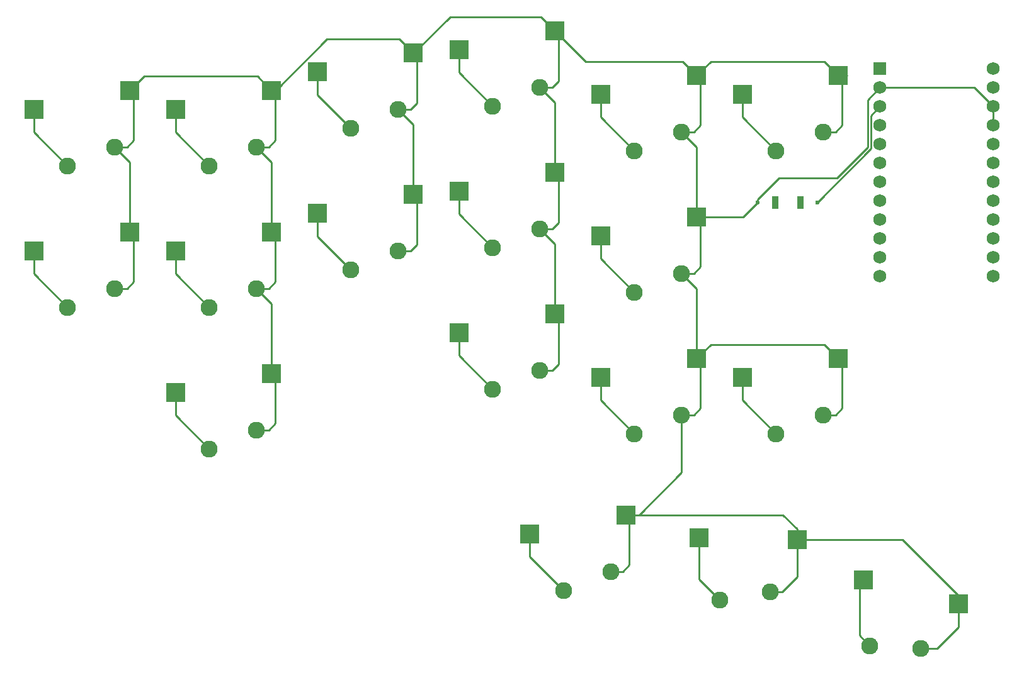
<source format=gbr>
%TF.GenerationSoftware,KiCad,Pcbnew,(6.0.8-1)-1*%
%TF.CreationDate,2023-01-29T19:27:53+03:00*%
%TF.ProjectId,lol,6c6f6c2e-6b69-4636-9164-5f7063625858,v1.0.0*%
%TF.SameCoordinates,Original*%
%TF.FileFunction,Copper,L2,Bot*%
%TF.FilePolarity,Positive*%
%FSLAX46Y46*%
G04 Gerber Fmt 4.6, Leading zero omitted, Abs format (unit mm)*
G04 Created by KiCad (PCBNEW (6.0.8-1)-1) date 2023-01-29 19:27:53*
%MOMM*%
%LPD*%
G01*
G04 APERTURE LIST*
%TA.AperFunction,SMDPad,CuDef*%
%ADD10R,2.550000X2.500000*%
%TD*%
%TA.AperFunction,ComponentPad*%
%ADD11C,2.286000*%
%TD*%
%TA.AperFunction,ComponentPad*%
%ADD12R,1.752600X1.752600*%
%TD*%
%TA.AperFunction,ComponentPad*%
%ADD13C,1.752600*%
%TD*%
%TA.AperFunction,ComponentPad*%
%ADD14C,0.600000*%
%TD*%
%TA.AperFunction,SMDPad,CuDef*%
%ADD15R,0.900000X1.700000*%
%TD*%
%TA.AperFunction,Conductor*%
%ADD16C,0.250000*%
%TD*%
G04 APERTURE END LIST*
D10*
%TO.P,S1,1*%
%TO.N,P1*%
X11965000Y2540000D03*
%TO.P,S1,2*%
%TO.N,GND*%
X24892000Y5080000D03*
%TD*%
D11*
%TO.P,S2,1*%
%TO.N,P1*%
X16510000Y-5080000D03*
%TO.P,S2,2*%
%TO.N,GND*%
X22860000Y-2540000D03*
%TD*%
D10*
%TO.P,S3,1*%
%TO.N,P0*%
X11965000Y21590000D03*
%TO.P,S3,2*%
%TO.N,GND*%
X24892000Y24130000D03*
%TD*%
D11*
%TO.P,S4,1*%
%TO.N,P0*%
X16510000Y13970000D03*
%TO.P,S4,2*%
%TO.N,GND*%
X22860000Y16510000D03*
%TD*%
D10*
%TO.P,S5,1*%
%TO.N,P15*%
X31015000Y-16510000D03*
%TO.P,S5,2*%
%TO.N,GND*%
X43942000Y-13970000D03*
%TD*%
D11*
%TO.P,S6,1*%
%TO.N,P15*%
X35560000Y-24130000D03*
%TO.P,S6,2*%
%TO.N,GND*%
X41910000Y-21590000D03*
%TD*%
D10*
%TO.P,S7,1*%
%TO.N,P18*%
X31015000Y2540000D03*
%TO.P,S7,2*%
%TO.N,GND*%
X43942000Y5080000D03*
%TD*%
D11*
%TO.P,S8,1*%
%TO.N,P18*%
X35560000Y-5080000D03*
%TO.P,S8,2*%
%TO.N,GND*%
X41910000Y-2540000D03*
%TD*%
D10*
%TO.P,S9,1*%
%TO.N,P2*%
X31015000Y21590000D03*
%TO.P,S9,2*%
%TO.N,GND*%
X43942000Y24130000D03*
%TD*%
D11*
%TO.P,S10,1*%
%TO.N,P2*%
X35560000Y13970000D03*
%TO.P,S10,2*%
%TO.N,GND*%
X41910000Y16510000D03*
%TD*%
D10*
%TO.P,S11,1*%
%TO.N,P19*%
X50065000Y7540000D03*
%TO.P,S11,2*%
%TO.N,GND*%
X62992000Y10080000D03*
%TD*%
D11*
%TO.P,S12,1*%
%TO.N,P19*%
X54610000Y-80000D03*
%TO.P,S12,2*%
%TO.N,GND*%
X60960000Y2460000D03*
%TD*%
D10*
%TO.P,S13,1*%
%TO.N,P3*%
X50065000Y26590000D03*
%TO.P,S13,2*%
%TO.N,GND*%
X62992000Y29130000D03*
%TD*%
D11*
%TO.P,S14,1*%
%TO.N,P3*%
X54610000Y18970000D03*
%TO.P,S14,2*%
%TO.N,GND*%
X60960000Y21510000D03*
%TD*%
D10*
%TO.P,S15,1*%
%TO.N,P10*%
X69115000Y-8510000D03*
%TO.P,S15,2*%
%TO.N,GND*%
X82042000Y-5970000D03*
%TD*%
D11*
%TO.P,S16,1*%
%TO.N,P10*%
X73660000Y-16130000D03*
%TO.P,S16,2*%
%TO.N,GND*%
X80010000Y-13590000D03*
%TD*%
D10*
%TO.P,S17,1*%
%TO.N,P20*%
X69115000Y10540000D03*
%TO.P,S17,2*%
%TO.N,GND*%
X82042000Y13080000D03*
%TD*%
D11*
%TO.P,S18,1*%
%TO.N,P20*%
X73660000Y2920000D03*
%TO.P,S18,2*%
%TO.N,GND*%
X80010000Y5460000D03*
%TD*%
D10*
%TO.P,S19,1*%
%TO.N,P4*%
X69115000Y29590000D03*
%TO.P,S19,2*%
%TO.N,GND*%
X82042000Y32130000D03*
%TD*%
D11*
%TO.P,S20,1*%
%TO.N,P4*%
X73660000Y21970000D03*
%TO.P,S20,2*%
%TO.N,GND*%
X80010000Y24510000D03*
%TD*%
D10*
%TO.P,S21,1*%
%TO.N,P16*%
X88165000Y-14510000D03*
%TO.P,S21,2*%
%TO.N,GND*%
X101092000Y-11970000D03*
%TD*%
D11*
%TO.P,S22,1*%
%TO.N,P16*%
X92710000Y-22130000D03*
%TO.P,S22,2*%
%TO.N,GND*%
X99060000Y-19590000D03*
%TD*%
D10*
%TO.P,S23,1*%
%TO.N,P21*%
X88165000Y4540000D03*
%TO.P,S23,2*%
%TO.N,GND*%
X101092000Y7080000D03*
%TD*%
D11*
%TO.P,S24,1*%
%TO.N,P21*%
X92710000Y-3080000D03*
%TO.P,S24,2*%
%TO.N,GND*%
X99060000Y-540000D03*
%TD*%
D10*
%TO.P,S25,1*%
%TO.N,P5*%
X88165000Y23590000D03*
%TO.P,S25,2*%
%TO.N,GND*%
X101092000Y26130000D03*
%TD*%
D11*
%TO.P,S26,1*%
%TO.N,P5*%
X92710000Y15970000D03*
%TO.P,S26,2*%
%TO.N,GND*%
X99060000Y18510000D03*
%TD*%
D10*
%TO.P,S27,1*%
%TO.N,P14*%
X107215000Y-14510000D03*
%TO.P,S27,2*%
%TO.N,GND*%
X120142000Y-11970000D03*
%TD*%
D11*
%TO.P,S28,1*%
%TO.N,P14*%
X111760000Y-22130000D03*
%TO.P,S28,2*%
%TO.N,GND*%
X118110000Y-19590000D03*
%TD*%
D10*
%TO.P,S29,1*%
%TO.N,P6*%
X107215000Y23590000D03*
%TO.P,S29,2*%
%TO.N,GND*%
X120142000Y26130000D03*
%TD*%
D11*
%TO.P,S30,1*%
%TO.N,P6*%
X111760000Y15970000D03*
%TO.P,S30,2*%
%TO.N,GND*%
X118110000Y18510000D03*
%TD*%
D10*
%TO.P,S31,1*%
%TO.N,P8*%
X78640000Y-35560000D03*
%TO.P,S31,2*%
%TO.N,GND*%
X91567000Y-33020000D03*
%TD*%
D11*
%TO.P,S32,1*%
%TO.N,P8*%
X83185000Y-43180000D03*
%TO.P,S32,2*%
%TO.N,GND*%
X89535000Y-40640000D03*
%TD*%
D10*
%TO.P,S33,1*%
%TO.N,P7*%
X101407699Y-36086733D03*
%TO.P,S33,2*%
%TO.N,GND*%
X114578035Y-36404857D03*
%TD*%
D11*
%TO.P,S34,1*%
%TO.N,P7*%
X104195695Y-44509827D03*
%TO.P,S34,2*%
%TO.N,GND*%
X110944931Y-43404427D03*
%TD*%
D10*
%TO.P,S35,1*%
%TO.N,P9*%
X123477260Y-41803728D03*
%TO.P,S35,2*%
%TO.N,GND*%
X136266551Y-44964892D03*
%TD*%
D11*
%TO.P,S36,1*%
%TO.N,P9*%
X124376077Y-50630593D03*
%TO.P,S36,2*%
%TO.N,GND*%
X131204582Y-51012197D03*
%TD*%
D12*
%TO.P,MCU1,1*%
%TO.N,RAW*%
X125730000Y27020000D03*
D13*
%TO.P,MCU1,2*%
%TO.N,GND*%
X125730000Y24480000D03*
%TO.P,MCU1,3*%
%TO.N,RST*%
X125730000Y21940000D03*
%TO.P,MCU1,4*%
%TO.N,VCC*%
X125730000Y19400000D03*
%TO.P,MCU1,5*%
%TO.N,P21*%
X125730000Y16860000D03*
%TO.P,MCU1,6*%
%TO.N,P20*%
X125730000Y14320000D03*
%TO.P,MCU1,7*%
%TO.N,P19*%
X125730000Y11780000D03*
%TO.P,MCU1,8*%
%TO.N,P18*%
X125730000Y9240000D03*
%TO.P,MCU1,9*%
%TO.N,P15*%
X125730000Y6700000D03*
%TO.P,MCU1,10*%
%TO.N,P14*%
X125730000Y4160000D03*
%TO.P,MCU1,11*%
%TO.N,P16*%
X125730000Y1620000D03*
%TO.P,MCU1,12*%
%TO.N,P10*%
X125730000Y-920000D03*
%TO.P,MCU1,13*%
%TO.N,P1*%
X140970000Y27020000D03*
%TO.P,MCU1,14*%
%TO.N,P0*%
X140970000Y24480000D03*
%TO.P,MCU1,15*%
%TO.N,GND*%
X140970000Y21940000D03*
%TO.P,MCU1,16*%
X140970000Y19400000D03*
%TO.P,MCU1,17*%
%TO.N,P2*%
X140970000Y16860000D03*
%TO.P,MCU1,18*%
%TO.N,P3*%
X140970000Y14320000D03*
%TO.P,MCU1,19*%
%TO.N,P4*%
X140970000Y11780000D03*
%TO.P,MCU1,20*%
%TO.N,P5*%
X140970000Y9240000D03*
%TO.P,MCU1,21*%
%TO.N,P6*%
X140970000Y6700000D03*
%TO.P,MCU1,22*%
%TO.N,P7*%
X140970000Y4160000D03*
%TO.P,MCU1,23*%
%TO.N,P8*%
X140970000Y1620000D03*
%TO.P,MCU1,24*%
%TO.N,P9*%
X140970000Y-920000D03*
%TD*%
D14*
%TO.P,REF\u002A\u002A,1*%
%TO.N,RST*%
X117300000Y9050000D03*
%TD*%
%TO.P,REF\u002A\u002A,1*%
%TO.N,GND*%
X109300000Y9050000D03*
%TD*%
D15*
%TO.P,,1*%
%TO.N,RST*%
X111600000Y9050000D03*
%TO.P,,2*%
%TO.N,GND*%
X115000000Y9050000D03*
%TD*%
D16*
%TO.N,GND*%
X109300000Y9050000D02*
X109300000Y9474264D01*
X109300000Y9474264D02*
X112181434Y12355698D01*
X112181434Y12355698D02*
X119969302Y12355698D01*
X124078700Y16465096D02*
X124078700Y22828700D01*
X119969302Y12355698D02*
X124078700Y16465096D01*
X124078700Y22828700D02*
X125730000Y24480000D01*
%TO.N,RST*%
X117300000Y9050000D02*
X124528700Y16278700D01*
X124528700Y16278700D02*
X124528700Y20738700D01*
X124528700Y20738700D02*
X125730000Y21940000D01*
%TO.N,GND*%
X101092000Y7080000D02*
X107330000Y7080000D01*
X107330000Y7080000D02*
X109300000Y9050000D01*
X101092000Y-11970000D02*
X102967001Y-10094999D01*
X102967001Y-10094999D02*
X118266999Y-10094999D01*
X118266999Y-10094999D02*
X120142000Y-11970000D01*
X91567000Y-33020000D02*
X112693178Y-33020000D01*
X112693178Y-33020000D02*
X114578035Y-34904857D01*
X114578035Y-34904857D02*
X114578035Y-36404857D01*
X114578035Y-36404857D02*
X128761025Y-36404857D01*
X128761025Y-36404857D02*
X136266551Y-43910383D01*
X136266551Y-43910383D02*
X136266551Y-44964892D01*
X120142000Y26130000D02*
X121245000Y26130000D01*
X140970000Y21940000D02*
X140970000Y19400000D01*
X125730000Y24480000D02*
X138430000Y24480000D01*
X138430000Y24480000D02*
X140970000Y21940000D01*
X101092000Y26130000D02*
X102967001Y28005001D01*
X102967001Y28005001D02*
X118266999Y28005001D01*
X118266999Y28005001D02*
X120142000Y26130000D01*
X82042000Y32130000D02*
X86166999Y28005001D01*
X86166999Y28005001D02*
X99216999Y28005001D01*
X99216999Y28005001D02*
X101092000Y26130000D01*
X62992000Y29130000D02*
X63030000Y29130000D01*
X80166999Y34005001D02*
X82042000Y32130000D01*
X63030000Y29130000D02*
X67905001Y34005001D01*
X67905001Y34005001D02*
X80166999Y34005001D01*
X43942000Y24130000D02*
X44480000Y24130000D01*
X44480000Y24130000D02*
X51355001Y31005001D01*
X51355001Y31005001D02*
X61116999Y31005001D01*
X61116999Y31005001D02*
X62992000Y29130000D01*
X24892000Y24130000D02*
X26767001Y26005001D01*
X26767001Y26005001D02*
X42066999Y26005001D01*
X42066999Y26005001D02*
X43942000Y24130000D01*
X24892000Y5080000D02*
X24892000Y14478000D01*
X24892000Y14478000D02*
X22860000Y16510000D01*
X43942000Y-13970000D02*
X43942000Y-4572000D01*
X43942000Y-4572000D02*
X41910000Y-2540000D01*
X43942000Y5080000D02*
X43942000Y14478000D01*
X43942000Y14478000D02*
X41910000Y16510000D01*
X62992000Y10080000D02*
X62992000Y19478000D01*
X62992000Y19478000D02*
X60960000Y21510000D01*
X82042000Y13080000D02*
X82042000Y22478000D01*
X82042000Y22478000D02*
X80010000Y24510000D01*
X82042000Y-5970000D02*
X82042000Y3428000D01*
X82042000Y3428000D02*
X80010000Y5460000D01*
X101092000Y7080000D02*
X101092000Y16478000D01*
X101092000Y16478000D02*
X99060000Y18510000D01*
X101092000Y-11970000D02*
X101092000Y-2572000D01*
X101092000Y-2572000D02*
X99060000Y-540000D01*
X91567000Y-33020000D02*
X93330000Y-33020000D01*
X93330000Y-33020000D02*
X99060000Y-27290000D01*
X99060000Y-27290000D02*
X99060000Y-19590000D01*
X22860000Y16510000D02*
X24476446Y16510000D01*
X24476446Y16510000D02*
X25355901Y17389455D01*
X25355901Y17389455D02*
X25355901Y23666099D01*
X25355901Y23666099D02*
X24892000Y24130000D01*
%TO.N,P0*%
X16510000Y13970000D02*
X11965000Y18515000D01*
X11965000Y18515000D02*
X11965000Y21590000D01*
%TO.N,P1*%
X16510000Y-5080000D02*
X11965000Y-535000D01*
X11965000Y-535000D02*
X11965000Y2540000D01*
%TO.N,GND*%
X22860000Y-2540000D02*
X24476446Y-2540000D01*
X25355901Y-1660545D02*
X25355901Y4616099D01*
X24476446Y-2540000D02*
X25355901Y-1660545D01*
X25355901Y4616099D02*
X24892000Y5080000D01*
%TO.N,P15*%
X35560000Y-24130000D02*
X31015000Y-19585000D01*
X31015000Y-19585000D02*
X31015000Y-16510000D01*
%TO.N,GND*%
X41910000Y-21590000D02*
X43526446Y-21590000D01*
X43526446Y-21590000D02*
X44405901Y-20710545D01*
X44405901Y-20710545D02*
X44405901Y-14433901D01*
X44405901Y-14433901D02*
X43942000Y-13970000D01*
%TO.N,P18*%
X35560000Y-5080000D02*
X31015000Y-535000D01*
X31015000Y-535000D02*
X31015000Y2540000D01*
%TO.N,GND*%
X41910000Y-2540000D02*
X43526446Y-2540000D01*
X44405901Y-1660545D02*
X44405901Y4616099D01*
X43526446Y-2540000D02*
X44405901Y-1660545D01*
X44405901Y4616099D02*
X43942000Y5080000D01*
%TO.N,P2*%
X35560000Y13970000D02*
X31015000Y18515000D01*
X31015000Y18515000D02*
X31015000Y21590000D01*
%TO.N,GND*%
X41910000Y16510000D02*
X43526446Y16510000D01*
X43526446Y16510000D02*
X44405901Y17389455D01*
X44405901Y17389455D02*
X44405901Y23666099D01*
X44405901Y23666099D02*
X43942000Y24130000D01*
%TO.N,P3*%
X54610000Y18970000D02*
X50065000Y23515000D01*
X50065000Y23515000D02*
X50065000Y26590000D01*
%TO.N,GND*%
X60960000Y21510000D02*
X62576446Y21510000D01*
X62576446Y21510000D02*
X63455901Y22389455D01*
X63455901Y22389455D02*
X63455901Y28666099D01*
X63455901Y28666099D02*
X62992000Y29130000D01*
%TO.N,P19*%
X54610000Y-80000D02*
X50065000Y4465000D01*
X50065000Y4465000D02*
X50065000Y7540000D01*
%TO.N,GND*%
X60960000Y2460000D02*
X62576446Y2460000D01*
X63455901Y9616099D02*
X62992000Y10080000D01*
X62576446Y2460000D02*
X63455901Y3339455D01*
X63455901Y3339455D02*
X63455901Y9616099D01*
%TO.N,P20*%
X73660000Y2920000D02*
X69115000Y7465000D01*
X69115000Y7465000D02*
X69115000Y10540000D01*
%TO.N,GND*%
X80010000Y5460000D02*
X81626446Y5460000D01*
X82505901Y12616099D02*
X82042000Y13080000D01*
X81626446Y5460000D02*
X82505901Y6339455D01*
X82505901Y6339455D02*
X82505901Y12616099D01*
%TO.N,P4*%
X73660000Y21970000D02*
X69115000Y26515000D01*
X69115000Y26515000D02*
X69115000Y29590000D01*
%TO.N,GND*%
X80010000Y24510000D02*
X81626446Y24510000D01*
X82505901Y25389455D02*
X82505901Y31666099D01*
X81626446Y24510000D02*
X82505901Y25389455D01*
X82505901Y31666099D02*
X82042000Y32130000D01*
%TO.N,P5*%
X92710000Y15970000D02*
X88165000Y20515000D01*
X88165000Y20515000D02*
X88165000Y23590000D01*
%TO.N,GND*%
X99060000Y18510000D02*
X100676446Y18510000D01*
X100676446Y18510000D02*
X101555901Y19389455D01*
X101555901Y25666099D02*
X101092000Y26130000D01*
X101555901Y19389455D02*
X101555901Y25666099D01*
%TO.N,P6*%
X111760000Y15970000D02*
X107215000Y20515000D01*
X107215000Y20515000D02*
X107215000Y23590000D01*
%TO.N,GND*%
X118110000Y18510000D02*
X119726446Y18510000D01*
X119726446Y18510000D02*
X120605901Y19389455D01*
X120605901Y19389455D02*
X120605901Y25666099D01*
X120605901Y25666099D02*
X120142000Y26130000D01*
%TO.N,P21*%
X92710000Y-3080000D02*
X88165000Y1465000D01*
X88165000Y1465000D02*
X88165000Y4540000D01*
%TO.N,GND*%
X99060000Y-540000D02*
X100676446Y-540000D01*
X100676446Y-540000D02*
X101555901Y339455D01*
X101555901Y339455D02*
X101555901Y6616099D01*
X101555901Y6616099D02*
X101092000Y7080000D01*
%TO.N,P10*%
X73660000Y-16130000D02*
X69115000Y-11585000D01*
X69115000Y-11585000D02*
X69115000Y-8510000D01*
%TO.N,GND*%
X80010000Y-13590000D02*
X81626446Y-13590000D01*
X81626446Y-13590000D02*
X82505901Y-12710545D01*
X82505901Y-12710545D02*
X82505901Y-6433901D01*
X82505901Y-6433901D02*
X82042000Y-5970000D01*
%TO.N,P16*%
X92710000Y-22130000D02*
X88165000Y-17585000D01*
X88165000Y-17585000D02*
X88165000Y-14510000D01*
%TO.N,GND*%
X99060000Y-19590000D02*
X100676446Y-19590000D01*
X101555901Y-18710545D02*
X101555901Y-12433901D01*
X100676446Y-19590000D02*
X101555901Y-18710545D01*
X101555901Y-12433901D02*
X101092000Y-11970000D01*
%TO.N,P14*%
X111760000Y-22130000D02*
X107215000Y-17585000D01*
X107215000Y-17585000D02*
X107215000Y-14510000D01*
%TO.N,GND*%
X118110000Y-19590000D02*
X119726446Y-19590000D01*
X119726446Y-19590000D02*
X120650000Y-18666446D01*
X120650000Y-12478000D02*
X120142000Y-11970000D01*
X120650000Y-18666446D02*
X120650000Y-12478000D01*
%TO.N,P8*%
X83185000Y-43180000D02*
X78640000Y-38635000D01*
X78640000Y-38635000D02*
X78640000Y-35560000D01*
%TO.N,GND*%
X89535000Y-40640000D02*
X91151446Y-40640000D01*
X91151446Y-40640000D02*
X92030901Y-39760545D01*
X92030901Y-39760545D02*
X92030901Y-33483901D01*
X92030901Y-33483901D02*
X91567000Y-33020000D01*
%TO.N,P7*%
X104195695Y-44509827D02*
X101407699Y-41721831D01*
X101407699Y-41721831D02*
X101407699Y-36086733D01*
%TO.N,GND*%
X110944931Y-43404427D02*
X112561377Y-43404427D01*
X112561377Y-43404427D02*
X114578035Y-41387769D01*
X114578035Y-41387769D02*
X114578035Y-36404857D01*
%TO.N,P9*%
X124376077Y-50630593D02*
X122995055Y-49249571D01*
X122995055Y-42285933D02*
X123477260Y-41803728D01*
X122995055Y-49249571D02*
X122995055Y-42285933D01*
%TO.N,GND*%
X131204582Y-51012197D02*
X133397434Y-51012197D01*
X133397434Y-51012197D02*
X136266551Y-48143080D01*
X136266551Y-48143080D02*
X136266551Y-44964892D01*
%TD*%
M02*

</source>
